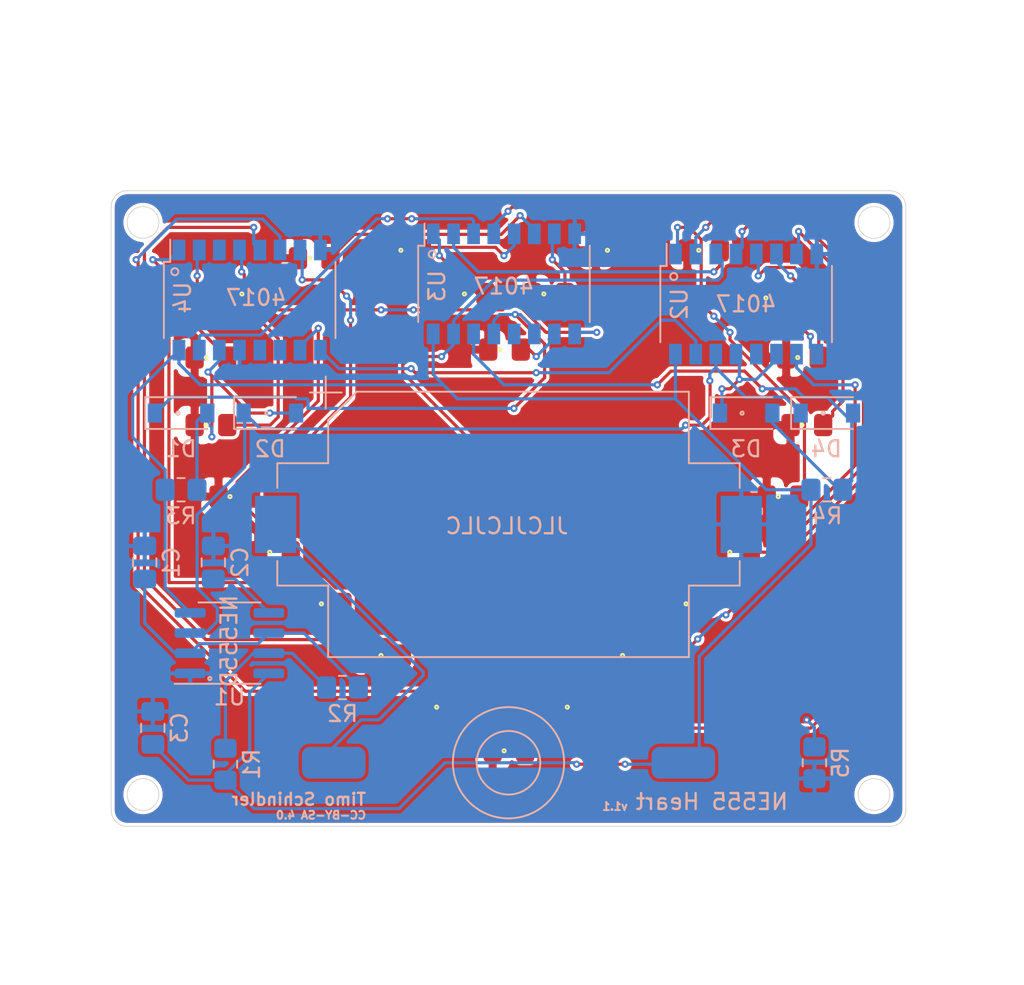
<source format=kicad_pcb>
(kicad_pcb (version 20171130) (host pcbnew 5.1.10)
  (layers (0 F.Cu signal) (31 B.Cu signal) (34 B.Paste user) (35 F.Paste user) (36 B.SilkS user) (37 F.SilkS user) (38 B.Mask user) (39 F.Mask user) (44 Edge.Cuts user))
  (net 0 "")
  (net 1 +3V0)
  (net 2 GND)
  (net 3 "Net-(C1-Pad1)")
  (net 4 "Net-(C2-Pad1)")
  (net 5 VCC)
  (net 6 "Net-(D1-Pad2)")
  (net 7 "Net-(D5-Pad2)")
  (net 8 "Net-(D6-Pad2)")
  (net 9 "Net-(D7-Pad2)")
  (net 10 "Net-(D8-Pad2)")
  (net 11 "Net-(D9-Pad2)")
  (net 12 "Net-(D10-Pad2)")
  (net 13 "Net-(D11-Pad2)")
  (net 14 "Net-(D12-Pad2)")
  (net 15 "Net-(D13-Pad2)")
  (net 16 "Net-(D14-Pad2)")
  (net 17 "Net-(D15-Pad2)")
  (net 18 "Net-(D16-Pad2)")
  (net 19 "Net-(D17-Pad2)")
  (net 20 "Net-(D18-Pad2)")
  (net 21 "Net-(D19-Pad2)")
  (net 22 "Net-(D20-Pad2)")
  (net 23 "Net-(D21-Pad2)")
  (net 24 "Net-(D22-Pad2)")
  (net 25 "Net-(D23-Pad2)")
  (net 26 "Net-(D24-Pad2)")
  (net 27 "Net-(D25-Pad2)")
  (net 28 "Net-(D26-Pad2)")
  (net 29 "Net-(D27-Pad2)")
  (net 30 "Net-(D28-Pad2)")
  (net 31 "Net-(R1-Pad2)")
  (net 32 "Net-(U2-Pad15)")
  (net 33 "Net-(U2-Pad12)")
  (net 34 "Net-(U3-Pad12)")
  (net 35 "Net-(U3-Pad3)")
  (net 36 "Net-(U4-Pad12)")
  (net 37 "Net-(U4-Pad3)")
  (net 38 /Common-R)
  (net 39 "Net-(D1-Pad1)")
  (net 40 "Net-(D2-Pad1)")
  (net 41 "Net-(D3-Pad2)")
  (net 42 "Net-(D3-Pad1)")
  (net 43 "Net-(U4-Pad11)")
  (module Battery:BatteryHolder_Keystone_1060_1x2032 (layer B.Cu) (at 125 86)
    (fp_text reference BT1 hide)
    (fp_text value Battery_Cell)
    (pad 1 smd rect (at -14.65 0 180) (size 2.6 3.6) (layers B.Cu B.Paste B.Mask) (net 1 +3V0))
    (pad 2 smd rect (at 14.65 0 180) (size 2.6 3.6) (layers B.Cu B.Paste B.Mask) (net 2 GND))
  )
  (module Binary_Kitchen:Push_Button (layer B.Cu) (at 113 101)
    (fp_text reference SW1 hide)
    (fp_text value SW_DIP_x01)
    (pad 1 smd roundrect (at 1 0) (size 4 2) (layers B.Cu B.Paste B.Mask) (net 1 +3V0))
    (pad 2 smd roundrect (at 23 0) (size 4 2) (layers B.Cu B.Paste B.Mask) (net 5 VCC))
  )
  (module Diode_SMD:D_SOD-123 (layer B.Cu) (at 139.954 78.994)
    (fp_text reference D3 (at 0 2.256) (layer B.SilkS) (effects (justify mirror)))
    (fp_text value 1N4007)
    (pad 2 smd rect (at 1.65 0) (size 0.9 1.2) (layers B.Cu B.Paste B.Mask) (net 41 "Net-(D3-Pad2)"))
    (pad 1 smd rect (at -1.65 0) (size 0.9 1.2) (layers B.Cu B.Paste B.Mask) (net 42 "Net-(D3-Pad1)"))
  )
  (module Diode_SMD:D_SOD-123 (layer B.Cu) (at 109.982 78.994)
    (fp_text reference D2 (at 0.018 2.256) (layer B.SilkS) (effects (justify mirror)))
    (fp_text value 1N4007)
    (pad 2 smd rect (at 1.65 0) (size 0.9 1.2) (layers B.Cu B.Paste B.Mask) (net 6 "Net-(D1-Pad2)"))
    (pad 1 smd rect (at -1.65 0) (size 0.9 1.2) (layers B.Cu B.Paste B.Mask) (net 40 "Net-(D2-Pad1)"))
  )
  (module Diode_SMD:D_SOD-123 (layer B.Cu) (at 104.394 78.994)
    (fp_text reference D1 (at 0 2.256) (layer B.SilkS) (effects (justify mirror)))
    (fp_text value 1N4007)
    (pad 2 smd rect (at 1.65 0) (size 0.9 1.2) (layers B.Cu B.Paste B.Mask) (net 6 "Net-(D1-Pad2)"))
    (pad 1 smd rect (at -1.65 0) (size 0.9 1.2) (layers B.Cu B.Paste B.Mask) (net 39 "Net-(D1-Pad1)"))
  )
  (module Diode_SMD:D_SOD-123 (layer B.Cu) (at 145.034 78.994)
    (fp_text reference D4 (at -0.034 2.256) (layer B.SilkS) (effects (justify mirror)))
    (fp_text value 1N4007)
    (pad 2 smd rect (at 1.65 0) (size 0.9 1.2) (layers B.Cu B.Paste B.Mask) (net 41 "Net-(D3-Pad2)"))
    (pad 1 smd rect (at -1.65 0) (size 0.9 1.2) (layers B.Cu B.Paste B.Mask) (net 40 "Net-(D2-Pad1)"))
  )
  (module Binary_Kitchen:heart_small (layer F.Cu) (at 157.2 109.6)
    (fp_text reference Ref** hide)
    (fp_text value Val** hide)
  )
  (module Binary_Kitchen:LED_0805_2012Metric_Pad1.15x1.40mm_HandSolder (layer F.Cu) (at 131.525 68.75)
    (fp_text reference D15 hide)
    (fp_text value LED)
    (pad 2 smd roundrect (at 1.025 0) (size 1.15 1.4) (layers F.Cu F.Paste F.Mask) (roundrect_rratio 0.2173904347826087) (net 17 "Net-(D15-Pad2)"))
    (pad 1 smd roundrect (at -1.025 0) (size 1.15 1.4) (layers F.Cu F.Paste F.Mask) (roundrect_rratio 0.2173904347826087) (net 38 /Common-R))
  )
  (module Binary_Kitchen:LED_0805_2012Metric_Pad1.15x1.40mm_HandSolder (layer F.Cu) (at 120.775 97.5)
    (fp_text reference D28 hide)
    (fp_text value LED)
    (pad 2 smd roundrect (at 1.025 0) (size 1.15 1.4) (layers F.Cu F.Paste F.Mask) (roundrect_rratio 0.2173904347826087) (net 30 "Net-(D28-Pad2)"))
    (pad 1 smd roundrect (at -1.025 0) (size 1.15 1.4) (layers F.Cu F.Paste F.Mask) (roundrect_rratio 0.2173904347826087) (net 38 /Common-R))
  )
  (module Binary_Kitchen:LED_0805_2012Metric_Pad1.15x1.40mm_HandSolder (layer F.Cu) (at 117.275 94.25)
    (fp_text reference D27 hide)
    (fp_text value LED)
    (pad 2 smd roundrect (at 1.025 0) (size 1.15 1.4) (layers F.Cu F.Paste F.Mask) (roundrect_rratio 0.2173904347826087) (net 29 "Net-(D27-Pad2)"))
    (pad 1 smd roundrect (at -1.025 0) (size 1.15 1.4) (layers F.Cu F.Paste F.Mask) (roundrect_rratio 0.2173904347826087) (net 38 /Common-R))
  )
  (module Binary_Kitchen:LED_0805_2012Metric_Pad1.15x1.40mm_HandSolder (layer F.Cu) (at 113.525 91)
    (fp_text reference D26 hide)
    (fp_text value LED)
    (pad 2 smd roundrect (at 1.025 0) (size 1.15 1.4) (layers F.Cu F.Paste F.Mask) (roundrect_rratio 0.2173904347826087) (net 28 "Net-(D26-Pad2)"))
    (pad 1 smd roundrect (at -1.025 0) (size 1.15 1.4) (layers F.Cu F.Paste F.Mask) (roundrect_rratio 0.2173904347826087) (net 38 /Common-R))
  )
  (module Binary_Kitchen:LED_0805_2012Metric_Pad1.15x1.40mm_HandSolder (layer F.Cu) (at 110.275 87.75)
    (fp_text reference D25 hide)
    (fp_text value LED)
    (pad 2 smd roundrect (at 1.025 0) (size 1.15 1.4) (layers F.Cu F.Paste F.Mask) (roundrect_rratio 0.2173904347826087) (net 27 "Net-(D25-Pad2)"))
    (pad 1 smd roundrect (at -1.025 0) (size 1.15 1.4) (layers F.Cu F.Paste F.Mask) (roundrect_rratio 0.2173904347826087) (net 38 /Common-R))
  )
  (module Binary_Kitchen:LED_0805_2012Metric_Pad1.15x1.40mm_HandSolder (layer F.Cu) (at 107.775 84.25)
    (fp_text reference D24 hide)
    (fp_text value LED)
    (pad 2 smd roundrect (at 1.025 0) (size 1.15 1.4) (layers F.Cu F.Paste F.Mask) (roundrect_rratio 0.2173904347826087) (net 26 "Net-(D24-Pad2)"))
    (pad 1 smd roundrect (at -1.025 0) (size 1.15 1.4) (layers F.Cu F.Paste F.Mask) (roundrect_rratio 0.2173904347826087) (net 38 /Common-R))
  )
  (module Binary_Kitchen:LED_0805_2012Metric_Pad1.15x1.40mm_HandSolder (layer F.Cu) (at 106.275 79.75)
    (fp_text reference D23 hide)
    (fp_text value LED)
    (pad 2 smd roundrect (at 1.025 0) (size 1.15 1.4) (layers F.Cu F.Paste F.Mask) (roundrect_rratio 0.2173904347826087) (net 25 "Net-(D23-Pad2)"))
    (pad 1 smd roundrect (at -1.025 0) (size 1.15 1.4) (layers F.Cu F.Paste F.Mask) (roundrect_rratio 0.2173904347826087) (net 38 /Common-R))
  )
  (module Binary_Kitchen:LED_0805_2012Metric_Pad1.15x1.40mm_HandSolder (layer F.Cu) (at 106.275 75.5)
    (fp_text reference D22 hide)
    (fp_text value LED)
    (pad 2 smd roundrect (at 1.025 0) (size 1.15 1.4) (layers F.Cu F.Paste F.Mask) (roundrect_rratio 0.2173904347826087) (net 24 "Net-(D22-Pad2)"))
    (pad 1 smd roundrect (at -1.025 0) (size 1.15 1.4) (layers F.Cu F.Paste F.Mask) (roundrect_rratio 0.2173904347826087) (net 38 /Common-R))
  )
  (module Binary_Kitchen:LED_0805_2012Metric_Pad1.15x1.40mm_HandSolder (layer F.Cu) (at 108.525 71.5)
    (fp_text reference D21 hide)
    (fp_text value LED)
    (pad 2 smd roundrect (at 1.025 0) (size 1.15 1.4) (layers F.Cu F.Paste F.Mask) (roundrect_rratio 0.2173904347826087) (net 23 "Net-(D21-Pad2)"))
    (pad 1 smd roundrect (at -1.025 0) (size 1.15 1.4) (layers F.Cu F.Paste F.Mask) (roundrect_rratio 0.2173904347826087) (net 38 /Common-R))
  )
  (module Binary_Kitchen:LED_0805_2012Metric_Pad1.15x1.40mm_HandSolder (layer F.Cu) (at 112.775 69.25)
    (fp_text reference D20 hide)
    (fp_text value LED)
    (pad 2 smd roundrect (at 1.025 0) (size 1.15 1.4) (layers F.Cu F.Paste F.Mask) (roundrect_rratio 0.2173904347826087) (net 22 "Net-(D20-Pad2)"))
    (pad 1 smd roundrect (at -1.025 0) (size 1.15 1.4) (layers F.Cu F.Paste F.Mask) (roundrect_rratio 0.2173904347826087) (net 38 /Common-R))
  )
  (module Binary_Kitchen:LED_0805_2012Metric_Pad1.15x1.40mm_HandSolder (layer F.Cu) (at 118.525 68.75)
    (fp_text reference D19 hide)
    (fp_text value LED)
    (pad 2 smd roundrect (at 1.025 0) (size 1.15 1.4) (layers F.Cu F.Paste F.Mask) (roundrect_rratio 0.2173904347826087) (net 21 "Net-(D19-Pad2)"))
    (pad 1 smd roundrect (at -1.025 0) (size 1.15 1.4) (layers F.Cu F.Paste F.Mask) (roundrect_rratio 0.2173904347826087) (net 38 /Common-R))
  )
  (module Binary_Kitchen:LED_0805_2012Metric_Pad1.15x1.40mm_HandSolder (layer F.Cu) (at 122.525 71.5)
    (fp_text reference D18 hide)
    (fp_text value LED)
    (pad 2 smd roundrect (at 1.025 0) (size 1.15 1.4) (layers F.Cu F.Paste F.Mask) (roundrect_rratio 0.2173904347826087) (net 20 "Net-(D18-Pad2)"))
    (pad 1 smd roundrect (at -1.025 0) (size 1.15 1.4) (layers F.Cu F.Paste F.Mask) (roundrect_rratio 0.2173904347826087) (net 38 /Common-R))
  )
  (module Binary_Kitchen:LED_0805_2012Metric_Pad1.15x1.40mm_HandSolder (layer F.Cu) (at 124.75 75)
    (fp_text reference D17 hide)
    (fp_text value LED)
    (pad 2 smd roundrect (at 1.025 0) (size 1.15 1.4) (layers F.Cu F.Paste F.Mask) (roundrect_rratio 0.2173904347826087) (net 19 "Net-(D17-Pad2)"))
    (pad 1 smd roundrect (at -1.025 0) (size 1.15 1.4) (layers F.Cu F.Paste F.Mask) (roundrect_rratio 0.2173904347826087) (net 38 /Common-R))
  )
  (module Binary_Kitchen:LED_0805_2012Metric_Pad1.15x1.40mm_HandSolder (layer F.Cu) (at 127.525 71.5)
    (fp_text reference D16 hide)
    (fp_text value LED)
    (pad 2 smd roundrect (at 1.025 0) (size 1.15 1.4) (layers F.Cu F.Paste F.Mask) (roundrect_rratio 0.2173904347826087) (net 18 "Net-(D16-Pad2)"))
    (pad 1 smd roundrect (at -1.025 0) (size 1.15 1.4) (layers F.Cu F.Paste F.Mask) (roundrect_rratio 0.2173904347826087) (net 38 /Common-R))
  )
  (module Binary_Kitchen:LED_0805_2012Metric_Pad1.15x1.40mm_HandSolder (layer F.Cu) (at 137.275 68.75)
    (fp_text reference D14 hide)
    (fp_text value LED)
    (pad 2 smd roundrect (at 1.025 0) (size 1.15 1.4) (layers F.Cu F.Paste F.Mask) (roundrect_rratio 0.2173904347826087) (net 16 "Net-(D14-Pad2)"))
    (pad 1 smd roundrect (at -1.025 0) (size 1.15 1.4) (layers F.Cu F.Paste F.Mask) (roundrect_rratio 0.2173904347826087) (net 38 /Common-R))
  )
  (module Binary_Kitchen:LED_0805_2012Metric_Pad1.15x1.40mm_HandSolder (layer F.Cu) (at 141.5 71.75)
    (fp_text reference D13 hide)
    (fp_text value LED)
    (pad 2 smd roundrect (at 1.025 0) (size 1.15 1.4) (layers F.Cu F.Paste F.Mask) (roundrect_rratio 0.2173904347826087) (net 15 "Net-(D13-Pad2)"))
    (pad 1 smd roundrect (at -1.025 0) (size 1.15 1.4) (layers F.Cu F.Paste F.Mask) (roundrect_rratio 0.2173904347826087) (net 38 /Common-R))
  )
  (module Binary_Kitchen:LED_0805_2012Metric_Pad1.15x1.40mm_HandSolder (layer F.Cu) (at 143.5 75.5)
    (fp_text reference D12 hide)
    (fp_text value LED)
    (pad 2 smd roundrect (at 1.025 0) (size 1.15 1.4) (layers F.Cu F.Paste F.Mask) (roundrect_rratio 0.2173904347826087) (net 14 "Net-(D12-Pad2)"))
    (pad 1 smd roundrect (at -1.025 0) (size 1.15 1.4) (layers F.Cu F.Paste F.Mask) (roundrect_rratio 0.2173904347826087) (net 38 /Common-R))
  )
  (module Binary_Kitchen:LED_0805_2012Metric_Pad1.15x1.40mm_HandSolder (layer F.Cu) (at 143.775 79.75)
    (fp_text reference D11 hide)
    (fp_text value LED)
    (pad 2 smd roundrect (at 1.025 0) (size 1.15 1.4) (layers F.Cu F.Paste F.Mask) (roundrect_rratio 0.2173904347826087) (net 13 "Net-(D11-Pad2)"))
    (pad 1 smd roundrect (at -1.025 0) (size 1.15 1.4) (layers F.Cu F.Paste F.Mask) (roundrect_rratio 0.2173904347826087) (net 38 /Common-R))
  )
  (module Binary_Kitchen:LED_0805_2012Metric_Pad1.15x1.40mm_HandSolder (layer F.Cu) (at 142.275 84.25)
    (fp_text reference D10 hide)
    (fp_text value LED)
    (pad 2 smd roundrect (at 1.025 0) (size 1.15 1.4) (layers F.Cu F.Paste F.Mask) (roundrect_rratio 0.2173904347826087) (net 12 "Net-(D10-Pad2)"))
    (pad 1 smd roundrect (at -1.025 0) (size 1.15 1.4) (layers F.Cu F.Paste F.Mask) (roundrect_rratio 0.2173904347826087) (net 38 /Common-R))
  )
  (module Binary_Kitchen:LED_0805_2012Metric_Pad1.15x1.40mm_HandSolder (layer F.Cu) (at 139.225 87.75)
    (fp_text reference D9 hide)
    (fp_text value LED)
    (pad 2 smd roundrect (at 1.025 0) (size 1.15 1.4) (layers F.Cu F.Paste F.Mask) (roundrect_rratio 0.2173904347826087) (net 11 "Net-(D9-Pad2)"))
    (pad 1 smd roundrect (at -1.025 0) (size 1.15 1.4) (layers F.Cu F.Paste F.Mask) (roundrect_rratio 0.2173904347826087) (net 38 /Common-R))
  )
  (module Binary_Kitchen:LED_0805_2012Metric_Pad1.15x1.40mm_HandSolder (layer F.Cu) (at 136.475 91)
    (fp_text reference D8 hide)
    (fp_text value LED)
    (pad 2 smd roundrect (at 1.025 0) (size 1.15 1.4) (layers F.Cu F.Paste F.Mask) (roundrect_rratio 0.2173904347826087) (net 10 "Net-(D8-Pad2)"))
    (pad 1 smd roundrect (at -1.025 0) (size 1.15 1.4) (layers F.Cu F.Paste F.Mask) (roundrect_rratio 0.2173904347826087) (net 38 /Common-R))
  )
  (module Binary_Kitchen:LED_0805_2012Metric_Pad1.15x1.40mm_HandSolder (layer F.Cu) (at 132.475 94.25)
    (fp_text reference D7 hide)
    (fp_text value LED)
    (pad 2 smd roundrect (at 1.025 0) (size 1.15 1.4) (layers F.Cu F.Paste F.Mask) (roundrect_rratio 0.2173904347826087) (net 9 "Net-(D7-Pad2)"))
    (pad 1 smd roundrect (at -1.025 0) (size 1.15 1.4) (layers F.Cu F.Paste F.Mask) (roundrect_rratio 0.2173904347826087) (net 38 /Common-R))
  )
  (module Binary_Kitchen:LED_0805_2012Metric_Pad1.15x1.40mm_HandSolder (layer F.Cu) (at 129 97.5)
    (fp_text reference D6 hide)
    (fp_text value LED)
    (pad 2 smd roundrect (at 1.025 0) (size 1.15 1.4) (layers F.Cu F.Paste F.Mask) (roundrect_rratio 0.2173904347826087) (net 8 "Net-(D6-Pad2)"))
    (pad 1 smd roundrect (at -1.025 0) (size 1.15 1.4) (layers F.Cu F.Paste F.Mask) (roundrect_rratio 0.2173904347826087) (net 38 /Common-R))
  )
  (module Binary_Kitchen:LED_0805_2012Metric_Pad1.15x1.40mm_HandSolder (layer F.Cu) (at 125.025 100.25)
    (fp_text reference D5 hide)
    (fp_text value LED)
    (pad 2 smd roundrect (at 1.025 0) (size 1.15 1.4) (layers F.Cu F.Paste F.Mask) (roundrect_rratio 0.2173904347826087) (net 7 "Net-(D5-Pad2)"))
    (pad 1 smd roundrect (at -1.025 0) (size 1.15 1.4) (layers F.Cu F.Paste F.Mask) (roundrect_rratio 0.2173904347826087) (net 38 /Common-R))
  )
  (module Package_SO:SOP-16_4.4x10.4mm_P1.27mm (layer B.Cu) (at 108.712 71.882 270)
    (fp_text reference U4 (at -0.15 4.212 90) (layer B.SilkS) (effects (justify mirror)))
    (fp_text value 4017 (at -0.15 -0.41 180) (layer B.SilkS) (effects (justify mirror)))
    (pad 16 smd rect (at 3.15 4.45 270) (size 1.3 0.8) (layers B.Cu B.Paste B.Mask) (net 5 VCC))
    (pad 15 smd rect (at 3.15 3.17 270) (size 1.3 0.8) (layers B.Cu B.Paste B.Mask) (net 35 "Net-(U3-Pad3)"))
    (pad 14 smd rect (at 3.15 1.91 270) (size 1.3 0.8) (layers B.Cu B.Paste B.Mask) (net 6 "Net-(D1-Pad2)"))
    (pad 13 smd rect (at 3.15 0.64 270) (size 1.3 0.8) (layers B.Cu B.Paste B.Mask) (net 2 GND))
    (pad 12 smd rect (at 3.15 -0.64 270) (size 1.3 0.8) (layers B.Cu B.Paste B.Mask) (net 36 "Net-(U4-Pad12)"))
    (pad 11 smd rect (at 3.15 -1.91 270) (size 1.3 0.8) (layers B.Cu B.Paste B.Mask) (net 43 "Net-(U4-Pad11)"))
    (pad 10 smd rect (at 3.15 -3.17 270) (size 1.3 0.8) (layers B.Cu B.Paste B.Mask) (net 27 "Net-(D25-Pad2)"))
    (pad 9 smd rect (at 3.15 -4.45 270) (size 1.3 0.8) (layers B.Cu B.Paste B.Mask) (net 32 "Net-(U2-Pad15)"))
    (pad 8 smd rect (at -3.15 -4.45 270) (size 1.3 0.8) (layers B.Cu B.Paste B.Mask) (net 2 GND))
    (pad 7 smd rect (at -3.15 -3.17 270) (size 1.3 0.8) (layers B.Cu B.Paste B.Mask) (net 26 "Net-(D24-Pad2)"))
    (pad 6 smd rect (at -3.15 -1.91 270) (size 1.3 0.8) (layers B.Cu B.Paste B.Mask) (net 30 "Net-(D28-Pad2)"))
    (pad 5 smd rect (at -3.15 -0.64 270) (size 1.3 0.8) (layers B.Cu B.Paste B.Mask) (net 29 "Net-(D27-Pad2)"))
    (pad 4 smd rect (at -3.15 0.64 270) (size 1.3 0.8) (layers B.Cu B.Paste B.Mask) (net 25 "Net-(D23-Pad2)"))
    (pad 3 smd rect (at -3.15 1.91 270) (size 1.3 0.8) (layers B.Cu B.Paste B.Mask) (net 37 "Net-(U4-Pad3)"))
    (pad 2 smd rect (at -3.15 3.17 270) (size 1.3 0.8) (layers B.Cu B.Paste B.Mask) (net 24 "Net-(D22-Pad2)"))
    (pad 1 smd rect (at -3.15 4.45 270) (size 1.3 0.8) (layers B.Cu B.Paste B.Mask) (net 28 "Net-(D26-Pad2)"))
  )
  (module Package_SO:SOP-16_4.4x10.4mm_P1.27mm (layer B.Cu) (at 124.714 70.866 270)
    (fp_text reference U3 (at 0.134 4.214 90) (layer B.SilkS) (effects (justify mirror)))
    (fp_text value 4017 (at 0.15 0 180) (layer B.SilkS) (effects (justify mirror)))
    (pad 16 smd rect (at 3.15 4.45 270) (size 1.3 0.8) (layers B.Cu B.Paste B.Mask) (net 5 VCC))
    (pad 15 smd rect (at 3.15 3.17 270) (size 1.3 0.8) (layers B.Cu B.Paste B.Mask) (net 7 "Net-(D5-Pad2)"))
    (pad 14 smd rect (at 3.15 1.91 270) (size 1.3 0.8) (layers B.Cu B.Paste B.Mask) (net 41 "Net-(D3-Pad2)"))
    (pad 13 smd rect (at 3.15 0.64 270) (size 1.3 0.8) (layers B.Cu B.Paste B.Mask) (net 39 "Net-(D1-Pad1)"))
    (pad 12 smd rect (at 3.15 -0.64 270) (size 1.3 0.8) (layers B.Cu B.Paste B.Mask) (net 34 "Net-(U3-Pad12)"))
    (pad 11 smd rect (at 3.15 -1.91 270) (size 1.3 0.8) (layers B.Cu B.Paste B.Mask) (net 39 "Net-(D1-Pad1)"))
    (pad 10 smd rect (at 3.15 -3.17 270) (size 1.3 0.8) (layers B.Cu B.Paste B.Mask) (net 19 "Net-(D17-Pad2)"))
    (pad 9 smd rect (at 3.15 -4.45 270) (size 1.3 0.8) (layers B.Cu B.Paste B.Mask) (net 23 "Net-(D21-Pad2)"))
    (pad 8 smd rect (at -3.15 -4.45 270) (size 1.3 0.8) (layers B.Cu B.Paste B.Mask) (net 2 GND))
    (pad 7 smd rect (at -3.15 -3.17 270) (size 1.3 0.8) (layers B.Cu B.Paste B.Mask) (net 18 "Net-(D16-Pad2)"))
    (pad 6 smd rect (at -3.15 -1.91 270) (size 1.3 0.8) (layers B.Cu B.Paste B.Mask) (net 22 "Net-(D20-Pad2)"))
    (pad 5 smd rect (at -3.15 -0.64 270) (size 1.3 0.8) (layers B.Cu B.Paste B.Mask) (net 21 "Net-(D19-Pad2)"))
    (pad 4 smd rect (at -3.15 0.64 270) (size 1.3 0.8) (layers B.Cu B.Paste B.Mask) (net 17 "Net-(D15-Pad2)"))
    (pad 3 smd rect (at -3.15 1.91 270) (size 1.3 0.8) (layers B.Cu B.Paste B.Mask) (net 35 "Net-(U3-Pad3)"))
    (pad 2 smd rect (at -3.15 3.17 270) (size 1.3 0.8) (layers B.Cu B.Paste B.Mask) (net 16 "Net-(D14-Pad2)"))
    (pad 1 smd rect (at -3.15 4.45 270) (size 1.3 0.8) (layers B.Cu B.Paste B.Mask) (net 20 "Net-(D18-Pad2)"))
  )
  (module Package_SO:SOP-16_4.4x10.4mm_P1.27mm (layer B.Cu) (at 139.954 72.136 270)
    (fp_text reference U2 (at 0 4.204 90) (layer B.SilkS) (effects (justify mirror)))
    (fp_text value 4017 (at 0 0 180) (layer B.SilkS) (effects (justify mirror)))
    (pad 16 smd rect (at 3.15 4.45 270) (size 1.3 0.8) (layers B.Cu B.Paste B.Mask) (net 5 VCC))
    (pad 15 smd rect (at 3.15 3.17 270) (size 1.3 0.8) (layers B.Cu B.Paste B.Mask) (net 32 "Net-(U2-Pad15)"))
    (pad 14 smd rect (at 3.15 1.91 270) (size 1.3 0.8) (layers B.Cu B.Paste B.Mask) (net 40 "Net-(D2-Pad1)"))
    (pad 13 smd rect (at 3.15 0.64 270) (size 1.3 0.8) (layers B.Cu B.Paste B.Mask) (net 42 "Net-(D3-Pad1)"))
    (pad 12 smd rect (at 3.15 -0.64 270) (size 1.3 0.8) (layers B.Cu B.Paste B.Mask) (net 33 "Net-(U2-Pad12)"))
    (pad 11 smd rect (at 3.15 -1.91 270) (size 1.3 0.8) (layers B.Cu B.Paste B.Mask) (net 42 "Net-(D3-Pad1)"))
    (pad 10 smd rect (at 3.15 -3.17 270) (size 1.3 0.8) (layers B.Cu B.Paste B.Mask) (net 11 "Net-(D9-Pad2)"))
    (pad 9 smd rect (at 3.15 -4.45 270) (size 1.3 0.8) (layers B.Cu B.Paste B.Mask) (net 15 "Net-(D13-Pad2)"))
    (pad 8 smd rect (at -3.15 -4.45 270) (size 1.3 0.8) (layers B.Cu B.Paste B.Mask) (net 2 GND))
    (pad 7 smd rect (at -3.15 -3.17 270) (size 1.3 0.8) (layers B.Cu B.Paste B.Mask) (net 10 "Net-(D8-Pad2)"))
    (pad 6 smd rect (at -3.15 -1.91 270) (size 1.3 0.8) (layers B.Cu B.Paste B.Mask) (net 14 "Net-(D12-Pad2)"))
    (pad 5 smd rect (at -3.15 -0.64 270) (size 1.3 0.8) (layers B.Cu B.Paste B.Mask) (net 13 "Net-(D11-Pad2)"))
    (pad 4 smd rect (at -3.15 0.64 270) (size 1.3 0.8) (layers B.Cu B.Paste B.Mask) (net 9 "Net-(D7-Pad2)"))
    (pad 3 smd rect (at -3.15 1.91 270) (size 1.3 0.8) (layers B.Cu B.Paste B.Mask) (net 7 "Net-(D5-Pad2)"))
    (pad 2 smd rect (at -3.15 3.17 270) (size 1.3 0.8) (layers B.Cu B.Paste B.Mask) (net 8 "Net-(D6-Pad2)"))
    (pad 1 smd rect (at -3.15 4.45 270) (size 1.3 0.8) (layers B.Cu B.Paste B.Mask) (net 12 "Net-(D10-Pad2)"))
  )
  (module Package_SO:SOIC-8_3.9x4.9mm_P1.27mm (layer B.Cu) (at 107.442 93.472)
    (fp_text reference U1 (at 0 3.4) (layer B.SilkS) (effects (justify mirror)))
    (fp_text value NE555D (at -0.025 -0.135 90) (layer B.SilkS) (effects (justify mirror)))
    (pad 8 smd roundrect (at 2.475 1.905) (size 1.95 0.6) (layers B.Cu B.Paste B.Mask) (net 5 VCC))
    (pad 7 smd roundrect (at 2.475 0.635) (size 1.95 0.6) (layers B.Cu B.Paste B.Mask) (net 31 "Net-(R1-Pad2)"))
    (pad 6 smd roundrect (at 2.475 -0.635) (size 1.95 0.6) (layers B.Cu B.Paste B.Mask) (net 3 "Net-(C1-Pad1)"))
    (pad 5 smd roundrect (at 2.475 -1.905) (size 1.95 0.6) (layers B.Cu B.Paste B.Mask) (net 4 "Net-(C2-Pad1)"))
    (pad 4 smd roundrect (at -2.475 -1.905) (size 1.95 0.6) (layers B.Cu B.Paste B.Mask) (net 5 VCC))
    (pad 3 smd roundrect (at -2.475 -0.635) (size 1.95 0.6) (layers B.Cu B.Paste B.Mask) (net 40 "Net-(D2-Pad1)"))
    (pad 2 smd roundrect (at -2.475 0.635) (size 1.95 0.6) (layers B.Cu B.Paste B.Mask) (net 3 "Net-(C1-Pad1)"))
    (pad 1 smd roundrect (at -2.475 1.905) (size 1.95 0.6) (layers B.Cu B.Paste B.Mask) (net 2 GND))
  )
  (module Resistor_SMD:R_0805_2012Metric_Pad1.20x1.40mm_HandSolder (layer B.Cu) (at 144.25 101 90)
    (fp_text reference R5 (at 0 1.65 90) (layer B.SilkS) (effects (justify mirror)))
    (fp_text value 47R)
    (pad 2 smd roundrect (at 1 0 90) (size 1.2 1.4) (layers B.Cu B.Paste B.Mask) (roundrect_rratio 0.2083325) (net 38 /Common-R))
    (pad 1 smd roundrect (at -1 0 90) (size 1.2 1.4) (layers B.Cu B.Paste B.Mask) (roundrect_rratio 0.2083325) (net 2 GND))
  )
  (module Resistor_SMD:R_0805_2012Metric_Pad1.20x1.40mm_HandSolder (layer B.Cu) (at 145.034 83.82)
    (fp_text reference R4 (at 0 1.65) (layer B.SilkS) (effects (justify mirror)))
    (fp_text value 100k)
    (pad 2 smd roundrect (at 1 0) (size 1.2 1.4) (layers B.Cu B.Paste B.Mask) (roundrect_rratio 0.2083325) (net 41 "Net-(D3-Pad2)"))
    (pad 1 smd roundrect (at -1 0) (size 1.2 1.4) (layers B.Cu B.Paste B.Mask) (roundrect_rratio 0.2083325) (net 5 VCC))
  )
  (module Resistor_SMD:R_0805_2012Metric_Pad1.20x1.40mm_HandSolder (layer B.Cu) (at 104.394 83.82)
    (fp_text reference R3 (at 0 1.65 180) (layer B.SilkS) (effects (justify mirror)))
    (fp_text value 100k)
    (pad 2 smd roundrect (at 1 0) (size 1.2 1.4) (layers B.Cu B.Paste B.Mask) (roundrect_rratio 0.2083325) (net 6 "Net-(D1-Pad2)"))
    (pad 1 smd roundrect (at -1 0) (size 1.2 1.4) (layers B.Cu B.Paste B.Mask) (roundrect_rratio 0.2083325) (net 5 VCC))
  )
  (module Resistor_SMD:R_0805_2012Metric_Pad1.20x1.40mm_HandSolder (layer B.Cu) (at 114.554 96.266)
    (fp_text reference R2 (at 0 1.65 180) (layer B.SilkS) (effects (justify mirror)))
    (fp_text value 1k)
    (pad 2 smd roundrect (at 1 0) (size 1.2 1.4) (layers B.Cu B.Paste B.Mask) (roundrect_rratio 0.2083325) (net 3 "Net-(C1-Pad1)"))
    (pad 1 smd roundrect (at -1 0) (size 1.2 1.4) (layers B.Cu B.Paste B.Mask) (roundrect_rratio 0.2083325) (net 31 "Net-(R1-Pad2)"))
  )
  (module Resistor_SMD:R_0805_2012Metric_Pad1.20x1.40mm_HandSolder (layer B.Cu) (at 107.188 101.092 90)
    (fp_text reference R1 (at 0 1.65 90) (layer B.SilkS) (effects (justify mirror)))
    (fp_text value 47k)
    (pad 2 smd roundrect (at 1 0 90) (size 1.2 1.4) (layers B.Cu B.Paste B.Mask) (roundrect_rratio 0.2083325) (net 31 "Net-(R1-Pad2)"))
    (pad 1 smd roundrect (at -1 0 90) (size 1.2 1.4) (layers B.Cu B.Paste B.Mask) (roundrect_rratio 0.2083325) (net 5 VCC))
  )
  (module Capacitor_SMD:C_0805_2012Metric_Pad1.18x1.45mm_HandSolder (layer B.Cu) (at 102.616 98.806 90)
    (fp_text reference C3 (at 0 1.68 90) (layer B.SilkS) (effects (justify mirror)))
    (fp_text value 100n)
    (pad 2 smd roundrect (at 1.0375 0 90) (size 1.175 1.45) (layers B.Cu B.Paste B.Mask) (roundrect_rratio 0.2127659574468085) (net 2 GND))
    (pad 1 smd roundrect (at -1.0375 0 90) (size 1.175 1.45) (layers B.Cu B.Paste B.Mask) (roundrect_rratio 0.2127659574468085) (net 5 VCC))
  )
  (module Capacitor_SMD:C_0805_2012Metric_Pad1.18x1.45mm_HandSolder (layer B.Cu) (at 106.426 88.392 90)
    (fp_text reference C2 (at 0 1.68 90) (layer B.SilkS) (effects (justify mirror)))
    (fp_text value 100n)
    (pad 2 smd roundrect (at 1.0375 0 90) (size 1.175 1.45) (layers B.Cu B.Paste B.Mask) (roundrect_rratio 0.2127659574468085) (net 2 GND))
    (pad 1 smd roundrect (at -1.0375 0 90) (size 1.175 1.45) (layers B.Cu B.Paste B.Mask) (roundrect_rratio 0.2127659574468085) (net 4 "Net-(C2-Pad1)"))
  )
  (module Capacitor_SMD:C_0805_2012Metric_Pad1.18x1.45mm_HandSolder (layer B.Cu) (at 102.108 88.392 90)
    (fp_text reference C1 (at 0 1.68 90) (layer B.SilkS) (effects (justify mirror)))
    (fp_text value 1µ)
    (pad 2 smd roundrect (at 1.0375 0 90) (size 1.175 1.45) (layers B.Cu B.Paste B.Mask) (roundrect_rratio 0.2127659574468085) (net 2 GND))
    (pad 1 smd roundrect (at -1.0375 0 90) (size 1.175 1.45) (layers B.Cu B.Paste B.Mask) (roundrect_rratio 0.2127659574468085) (net 3 "Net-(C1-Pad1)"))
  )
  (gr_text "JLCJLCJLC\n" (at 124.9 86.1) (layer B.SilkS) (effects (font (size 1 1)) (justify mirror)))
  (gr_text v1.1 (at 131.7 103.75) (layer B.SilkS) (effects (font (size 0.5 0.5) (thickness 0.125)) (justify mirror)))
  (gr_text "NE555 Heart\n" (at 137.8 103.45) (layer B.SilkS) (effects (font (size 1 1)) (justify mirror)))
  (gr_text "Timo Schindler" (at 111.8 103.3) (layer B.SilkS) (effects (font (size 0.75 0.75)) (justify mirror)))
  (gr_text "CC-BY-SA 4.0" (at 113.2 104.3) (layer B.SilkS) (effects (font (size 0.5 0.5) (thickness 0.125)) (justify mirror)))
  (gr_circle (center 104.2 79) (end 104.3 79) (layer B.SilkS) (width 0.12))
  (gr_circle (center 109.8 79) (end 109.9 79) (layer B.SilkS) (width 0.12))
  (gr_circle (center 144.8 79) (end 144.8 78.9) (layer B.SilkS) (width 0.12))
  (gr_circle (center 139.7 79) (end 139.8 79) (layer B.SilkS) (width 0.12))
  (gr_circle (center 135.4 70.4) (end 135.5 70.2) (layer B.SilkS) (width 0.12))
  (gr_circle (center 104 70.1) (end 104.2 70) (layer B.SilkS) (width 0.12))
  (gr_circle (center 120.2 69) (end 120.4 68.9) (layer B.SilkS) (width 0.12))
  (gr_circle (center 106.2 95.7) (end 106.2 95.6) (layer B.SilkS) (width 0.12))
  (gr_circle (center 102 103) (end 102 102) (layer Edge.Cuts) (width 0.05))
  (gr_circle (center 148 103) (end 148 102) (layer Edge.Cuts) (width 0.05))
  (gr_circle (center 102 67) (end 102 66) (layer Edge.Cuts) (width 0.05))
  (gr_circle (center 148 67) (end 149 67) (layer Edge.Cuts) (width 0.05))
  (gr_arc (start 149 104) (end 149 105) (angle -90) (layer Edge.Cuts) (width 0.05))
  (gr_arc (start 101 104) (end 100 104) (angle -90) (layer Edge.Cuts) (width 0.05))
  (gr_arc (start 101 66) (end 101 65) (angle -90) (layer Edge.Cuts) (width 0.05))
  (gr_arc (start 149 66) (end 150 66) (angle -90) (layer Edge.Cuts) (width 0.05))
  (gr_line (start 100 104) (end 100 66) (layer Edge.Cuts) (width 0.05))
  (gr_line (start 149 105) (end 101 105) (layer Edge.Cuts) (width 0.05))
  (gr_line (start 150 66) (end 150 104) (layer Edge.Cuts) (width 0.05))
  (gr_line (start 101 65) (end 149 65) (layer Edge.Cuts) (width 0.05))
  (segment (start 113 101) (end 115.702 98.298) (width 0.2) (layer B.Cu) (net 1))
  (segment (start 115.702 98.298) (end 116.84 98.298) (width 0.2) (layer B.Cu) (net 1))
  (segment (start 116.84 98.298) (end 119.634 95.504) (width 0.2) (layer B.Cu) (net 1))
  (segment (start 119.634 95.284) (end 110.35 86) (width 0.2) (layer B.Cu) (net 1))
  (segment (start 119.634 95.504) (end 119.634 95.284) (width 0.2) (layer B.Cu) (net 1))
  (segment (start 112.125 92.837) (end 109.917 92.837) (width 0.2) (layer B.Cu) (net 3))
  (segment (start 115.554 96.266) (end 112.125 92.837) (width 0.2) (layer B.Cu) (net 3))
  (segment (start 109.24701 93.50699) (end 109.917 92.837) (width 0.2) (layer B.Cu) (net 3))
  (segment (start 105.56701 93.50699) (end 109.24701 93.50699) (width 0.2) (layer B.Cu) (net 3))
  (segment (start 104.967 94.107) (end 105.56701 93.50699) (width 0.2) (layer B.Cu) (net 3))
  (segment (start 103.992 94.107) (end 104.967 94.107) (width 0.2) (layer B.Cu) (net 3))
  (segment (start 102.108 92.223) (end 103.992 94.107) (width 0.2) (layer B.Cu) (net 3))
  (segment (start 102.108 89.4295) (end 102.108 92.223) (width 0.2) (layer B.Cu) (net 3))
  (segment (start 107.7795 89.4295) (end 109.917 91.567) (width 0.2) (layer B.Cu) (net 4))
  (segment (start 106.426 89.4295) (end 107.7795 89.4295) (width 0.2) (layer B.Cu) (net 4))
  (segment (start 104.8645 102.092) (end 102.616 99.8435) (width 0.2) (layer B.Cu) (net 5))
  (segment (start 107.188 102.092) (end 104.8645 102.092) (width 0.2) (layer B.Cu) (net 5))
  (segment (start 103.394 89.994) (end 104.967 91.567) (width 0.2) (layer B.Cu) (net 5))
  (segment (start 103.394 83.82) (end 103.394 89.994) (width 0.2) (layer B.Cu) (net 5))
  (segment (start 144.034 83.82) (end 141.224 83.82) (width 0.2) (layer B.Cu) (net 5))
  (segment (start 135.504 78.1) (end 135.504 75.286) (width 0.2) (layer B.Cu) (net 5))
  (segment (start 141.224 83.82) (end 135.504 78.1) (width 0.2) (layer B.Cu) (net 5))
  (segment (start 135.504 78.1) (end 121.788 78.1) (width 0.2) (layer B.Cu) (net 5))
  (segment (start 120.264 76.576) (end 120.264 74.016) (width 0.2) (layer B.Cu) (net 5))
  (segment (start 104.262 75.882) (end 105.596 77.216) (width 0.2) (layer B.Cu) (net 5))
  (segment (start 104.262 75.032) (end 104.262 75.882) (width 0.2) (layer B.Cu) (net 5))
  (segment (start 120.904 77.216) (end 120.264 76.576) (width 0.2) (layer B.Cu) (net 5))
  (segment (start 105.596 77.216) (end 120.904 77.216) (width 0.2) (layer B.Cu) (net 5))
  (segment (start 121.788 78.1) (end 120.904 77.216) (width 0.2) (layer B.Cu) (net 5))
  (segment (start 101.346 77.948) (end 104.262 75.032) (width 0.2) (layer B.Cu) (net 5))
  (segment (start 101.346 80.518) (end 101.346 77.948) (width 0.2) (layer B.Cu) (net 5))
  (segment (start 103.394 82.566) (end 101.346 80.518) (width 0.2) (layer B.Cu) (net 5))
  (segment (start 103.394 83.82) (end 103.394 82.566) (width 0.2) (layer B.Cu) (net 5))
  (segment (start 120.996 101) (end 118.11 103.886) (width 0.2) (layer B.Cu) (net 5))
  (segment (start 108.982 103.886) (end 107.188 102.092) (width 0.2) (layer B.Cu) (net 5))
  (segment (start 118.11 103.886) (end 108.982 103.886) (width 0.2) (layer B.Cu) (net 5))
  (segment (start 108.712 96.582) (end 109.917 95.377) (width 0.2) (layer B.Cu) (net 5))
  (segment (start 108.712 100.195) (end 108.712 96.582) (width 0.2) (layer B.Cu) (net 5))
  (segment (start 107.188 101.719) (end 108.712 100.195) (width 0.2) (layer B.Cu) (net 5))
  (segment (start 107.188 102.092) (end 107.188 101.719) (width 0.2) (layer B.Cu) (net 5))
  (via (at 129.286 101.092) (size 0.45) (drill 0.2) (layers F.Cu B.Cu) (net 5))
  (segment (start 129.194 101) (end 129.286 101.092) (width 0.2) (layer B.Cu) (net 5))
  (segment (start 120.996 101) (end 129.194 101) (width 0.2) (layer B.Cu) (net 5))
  (segment (start 129.286 101.092) (end 131.826 101.092) (width 0.2) (layer F.Cu) (net 5))
  (via (at 132.334 101.092) (size 0.45) (drill 0.2) (layers F.Cu B.Cu) (net 5))
  (segment (start 131.826 101.092) (end 132.334 101.092) (width 0.2) (layer F.Cu) (net 5))
  (segment (start 136.908 101.092) (end 137 101) (width 0.2) (layer B.Cu) (net 5))
  (segment (start 132.334 101.092) (end 136.908 101.092) (width 0.2) (layer B.Cu) (net 5))
  (segment (start 144.034 87.266) (end 144.034 83.82) (width 0.2) (layer B.Cu) (net 5))
  (segment (start 137 94.3) (end 144.034 87.266) (width 0.2) (layer B.Cu) (net 5))
  (segment (start 137 101) (end 137 94.3) (width 0.2) (layer B.Cu) (net 5))
  (via (at 106.089458 76.411897) (size 0.45) (drill 0.2) (layers F.Cu B.Cu) (net 6))
  (segment (start 106.802 75.699355) (end 106.089458 76.411897) (width 0.2) (layer B.Cu) (net 6))
  (segment (start 106.802 75.032) (end 106.802 75.699355) (width 0.2) (layer B.Cu) (net 6))
  (via (at 106.332332 80.489301) (size 0.45) (drill 0.2) (layers F.Cu B.Cu) (net 6))
  (segment (start 106.332332 76.654771) (end 106.332332 80.489301) (width 0.2) (layer F.Cu) (net 6))
  (segment (start 106.089458 76.411897) (end 106.332332 76.654771) (width 0.2) (layer F.Cu) (net 6))
  (segment (start 108.671561 78.994) (end 109.982 78.994) (width 0.2) (layer F.Cu) (net 6))
  (via (at 109.982 78.994) (size 0.45) (drill 0.2) (layers F.Cu B.Cu) (net 6))
  (segment (start 106.089458 76.411897) (end 108.671561 78.994) (width 0.2) (layer F.Cu) (net 6))
  (segment (start 111.594 78.994) (end 111.6 79) (width 0.2) (layer B.Cu) (net 6))
  (segment (start 109.982 78.994) (end 111.594 78.994) (width 0.2) (layer B.Cu) (net 6))
  (segment (start 106.332332 79.907332) (end 106.332332 80.489301) (width 0.2) (layer B.Cu) (net 6))
  (segment (start 106 79.575) (end 106.332332 79.907332) (width 0.2) (layer B.Cu) (net 6))
  (segment (start 106 78.9) (end 106 79.575) (width 0.2) (layer B.Cu) (net 6))
  (segment (start 105.394 79.506) (end 106 78.9) (width 0.2) (layer B.Cu) (net 6))
  (segment (start 105.394 83.82) (end 105.394 79.506) (width 0.2) (layer B.Cu) (net 6))
  (segment (start 124.080999 70.629001) (end 138.174001 70.629001) (width 0.2) (layer B.Cu) (net 7))
  (segment (start 138.447001 69.389001) (end 138.044 68.986) (width 0.2) (layer B.Cu) (net 7))
  (segment (start 138.174001 70.629001) (end 138.447001 70.356001) (width 0.2) (layer B.Cu) (net 7))
  (segment (start 121.544 73.166) (end 124.080999 70.629001) (width 0.2) (layer B.Cu) (net 7))
  (segment (start 138.447001 70.356001) (end 138.447001 69.389001) (width 0.2) (layer B.Cu) (net 7))
  (segment (start 121.544 74.016) (end 121.544 73.166) (width 0.2) (layer B.Cu) (net 7))
  (via (at 120.789 75.438) (size 0.45) (drill 0.2) (layers F.Cu B.Cu) (net 7))
  (segment (start 118.85698 75.438) (end 120.789 75.438) (width 0.2) (layer F.Cu) (net 7))
  (segment (start 118.346999 75.947981) (end 118.85698 75.438) (width 0.2) (layer F.Cu) (net 7))
  (segment (start 118.346999 76.451983) (end 118.346999 75.947981) (width 0.2) (layer F.Cu) (net 7))
  (segment (start 126.05 84.154984) (end 118.346999 76.451983) (width 0.2) (layer F.Cu) (net 7))
  (segment (start 126.05 100.25) (end 126.05 84.154984) (width 0.2) (layer F.Cu) (net 7))
  (segment (start 121.544 74.683) (end 121.544 74.016) (width 0.2) (layer B.Cu) (net 7))
  (segment (start 120.789 75.438) (end 121.544 74.683) (width 0.2) (layer B.Cu) (net 7))
  (segment (start 138.085011 66.638989) (end 137.414 67.31) (width 0.2) (layer F.Cu) (net 8))
  (segment (start 143.67369 66.638989) (end 138.085011 66.638989) (width 0.2) (layer F.Cu) (net 8))
  (segment (start 148.22801 71.193309) (end 143.67369 66.638989) (width 0.2) (layer F.Cu) (net 8))
  (segment (start 144.016001 98.823001) (end 148.22801 94.610992) (width 0.2) (layer F.Cu) (net 8))
  (via (at 137.414 67.31) (size 0.45) (drill 0.2) (layers F.Cu B.Cu) (net 8))
  (segment (start 148.22801 94.610992) (end 148.22801 71.193309) (width 0.2) (layer F.Cu) (net 8))
  (segment (start 131.348001 98.823001) (end 144.016001 98.823001) (width 0.2) (layer F.Cu) (net 8))
  (segment (start 130.025 97.5) (end 131.348001 98.823001) (width 0.2) (layer F.Cu) (net 8))
  (segment (start 136.784 67.94) (end 136.784 68.986) (width 0.2) (layer B.Cu) (net 8))
  (segment (start 137.414 67.31) (end 136.784 67.94) (width 0.2) (layer B.Cu) (net 8))
  (via (at 136.906 93.218) (size 0.45) (drill 0.2) (layers F.Cu B.Cu) (net 9))
  (segment (start 135.874 94.25) (end 136.906 93.218) (width 0.2) (layer F.Cu) (net 9))
  (segment (start 133.5 94.25) (end 135.874 94.25) (width 0.2) (layer F.Cu) (net 9))
  (via (at 138.684 91.694) (size 0.45) (drill 0.2) (layers F.Cu B.Cu) (net 9))
  (segment (start 138.43 91.694) (end 138.684 91.694) (width 0.2) (layer B.Cu) (net 9))
  (segment (start 136.906 93.218) (end 138.43 91.694) (width 0.2) (layer B.Cu) (net 9))
  (segment (start 138.684 91.694) (end 147.828 82.55) (width 0.2) (layer F.Cu) (net 9))
  (via (at 139.7 67.564) (size 0.45) (drill 0.2) (layers F.Cu B.Cu) (net 9))
  (segment (start 140.225001 67.038999) (end 139.7 67.564) (width 0.2) (layer F.Cu) (net 9))
  (segment (start 143.508001 67.038999) (end 140.225001 67.038999) (width 0.2) (layer F.Cu) (net 9))
  (segment (start 147.828 71.358998) (end 143.508001 67.038999) (width 0.2) (layer F.Cu) (net 9))
  (segment (start 147.828 82.55) (end 147.828 71.358998) (width 0.2) (layer F.Cu) (net 9))
  (segment (start 139.7 68.6) (end 139.314 68.986) (width 0.2) (layer B.Cu) (net 9))
  (segment (start 139.7 67.564) (end 139.7 68.6) (width 0.2) (layer B.Cu) (net 9))
  (via (at 143.256 67.564) (size 0.45) (drill 0.2) (layers F.Cu B.Cu) (net 10))
  (segment (start 147.337001 71.645001) (end 143.256 67.564) (width 0.2) (layer F.Cu) (net 10))
  (segment (start 147.337001 82.331532) (end 147.337001 71.645001) (width 0.2) (layer F.Cu) (net 10))
  (segment (start 138.668533 91) (end 147.337001 82.331532) (width 0.2) (layer F.Cu) (net 10))
  (segment (start 137.5 91) (end 138.668533 91) (width 0.2) (layer F.Cu) (net 10))
  (segment (start 143.256 68.854) (end 143.124 68.986) (width 0.2) (layer B.Cu) (net 10))
  (segment (start 143.256 67.564) (end 143.256 68.854) (width 0.2) (layer B.Cu) (net 10))
  (via (at 146.812 77.216) (size 0.45) (drill 0.2) (layers F.Cu B.Cu) (net 11))
  (segment (start 146.812 82.290834) (end 146.812 77.216) (width 0.2) (layer F.Cu) (net 11))
  (segment (start 141.352834 87.75) (end 146.812 82.290834) (width 0.2) (layer F.Cu) (net 11))
  (segment (start 140.25 87.75) (end 141.352834 87.75) (width 0.2) (layer F.Cu) (net 11))
  (segment (start 143.124 76.136) (end 143.124 75.286) (width 0.2) (layer B.Cu) (net 11))
  (segment (start 144.204 77.216) (end 143.124 76.136) (width 0.2) (layer B.Cu) (net 11))
  (segment (start 146.812 77.216) (end 144.204 77.216) (width 0.2) (layer B.Cu) (net 11))
  (via (at 135.636 67.31) (size 0.45) (drill 0.2) (layers F.Cu B.Cu) (net 12))
  (segment (start 136.362834 67.31) (end 135.636 67.31) (width 0.2) (layer F.Cu) (net 12))
  (segment (start 137.12501 72.572176) (end 137.12501 68.072176) (width 0.2) (layer F.Cu) (net 12))
  (segment (start 137.12501 68.072176) (end 136.362834 67.31) (width 0.2) (layer F.Cu) (net 12))
  (segment (start 143.62501 83.92499) (end 143.62501 79.072176) (width 0.2) (layer F.Cu) (net 12))
  (segment (start 143.3 84.25) (end 143.62501 83.92499) (width 0.2) (layer F.Cu) (net 12))
  (segment (start 135.636 68.854) (end 135.504 68.986) (width 0.2) (layer B.Cu) (net 12))
  (segment (start 135.636 67.31) (end 135.636 68.854) (width 0.2) (layer B.Cu) (net 12))
  (via (at 137.922 72.898) (size 0.45) (drill 0.2) (layers F.Cu B.Cu) (net 12))
  (segment (start 137.596176 72.572176) (end 137.922 72.898) (width 0.2) (layer F.Cu) (net 12))
  (segment (start 137.12501 72.572176) (end 137.596176 72.572176) (width 0.2) (layer F.Cu) (net 12))
  (segment (start 137.922 72.898) (end 138.938 73.914) (width 0.2) (layer B.Cu) (net 12))
  (via (at 138.938 73.914) (size 0.45) (drill 0.2) (layers F.Cu B.Cu) (net 12))
  (segment (start 138.938 74.385166) (end 143.62501 79.072176) (width 0.2) (layer F.Cu) (net 12))
  (segment (start 138.938 73.914) (end 138.938 74.385166) (width 0.2) (layer F.Cu) (net 12))
  (segment (start 145.40001 79.14999) (end 145.40001 78.88199) (width 0.2) (layer F.Cu) (net 13))
  (segment (start 144.8 79.75) (end 145.40001 79.14999) (width 0.2) (layer F.Cu) (net 13))
  (segment (start 145.40001 78.88199) (end 146.05 78.232) (width 0.2) (layer F.Cu) (net 13))
  (via (at 140.716 70.358) (size 0.45) (drill 0.2) (layers F.Cu B.Cu) (net 13))
  (segment (start 141.241001 69.832999) (end 140.716 70.358) (width 0.2) (layer F.Cu) (net 13))
  (segment (start 143.000001 69.832999) (end 141.241001 69.832999) (width 0.2) (layer F.Cu) (net 13))
  (segment (start 146.05 72.882998) (end 143.000001 69.832999) (width 0.2) (layer F.Cu) (net 13))
  (segment (start 146.05 78.232) (end 146.05 72.882998) (width 0.2) (layer F.Cu) (net 13))
  (segment (start 140.716 69.108) (end 140.594 68.986) (width 0.2) (layer B.Cu) (net 13))
  (segment (start 140.716 70.358) (end 140.716 69.108) (width 0.2) (layer B.Cu) (net 13))
  (via (at 142.748 70.358) (size 0.45) (drill 0.2) (layers F.Cu B.Cu) (net 14))
  (segment (start 144.525 72.135) (end 142.748 70.358) (width 0.2) (layer F.Cu) (net 14))
  (segment (start 144.525 75.5) (end 144.525 72.135) (width 0.2) (layer F.Cu) (net 14))
  (segment (start 141.864 69.474) (end 141.864 68.986) (width 0.2) (layer B.Cu) (net 14))
  (segment (start 142.748 70.358) (end 141.864 69.474) (width 0.2) (layer B.Cu) (net 14))
  (via (at 144 74.168) (size 0.45) (drill 0.2) (layers F.Cu B.Cu) (net 15))
  (segment (start 142.525 72.693) (end 144 74.168) (width 0.2) (layer F.Cu) (net 15))
  (segment (start 142.525 71.75) (end 142.525 72.693) (width 0.2) (layer F.Cu) (net 15))
  (segment (start 144 74.882) (end 144.404 75.286) (width 0.2) (layer B.Cu) (net 15))
  (segment (start 144 74.168) (end 144 74.882) (width 0.2) (layer B.Cu) (net 15))
  (via (at 137.922 70.104) (size 0.45) (drill 0.2) (layers F.Cu B.Cu) (net 16))
  (segment (start 138.3 69.726) (end 137.922 70.104) (width 0.2) (layer F.Cu) (net 16))
  (segment (start 138.3 68.75) (end 138.3 69.726) (width 0.2) (layer F.Cu) (net 16))
  (segment (start 121.544 68.566) (end 121.544 67.716) (width 0.2) (layer B.Cu) (net 16))
  (segment (start 123.082 70.104) (end 121.544 68.566) (width 0.2) (layer B.Cu) (net 16))
  (segment (start 137.922 70.104) (end 123.082 70.104) (width 0.2) (layer B.Cu) (net 16))
  (segment (start 132.55 68.75) (end 129.84 66.04) (width 0.2) (layer F.Cu) (net 17))
  (via (at 124.968 66.294) (size 0.45) (drill 0.2) (layers F.Cu B.Cu) (net 17))
  (segment (start 125.222 66.04) (end 124.968 66.294) (width 0.2) (layer F.Cu) (net 17))
  (segment (start 129.84 66.04) (end 125.222 66.04) (width 0.2) (layer F.Cu) (net 17))
  (segment (start 124.074 67.188) (end 124.074 67.716) (width 0.2) (layer B.Cu) (net 17))
  (segment (start 124.968 66.294) (end 124.074 67.188) (width 0.2) (layer B.Cu) (net 17))
  (via (at 127.762 69.342) (size 0.45) (drill 0.2) (layers F.Cu B.Cu) (net 18))
  (segment (start 128.55 70.13) (end 127.762 69.342) (width 0.2) (layer F.Cu) (net 18))
  (segment (start 128.55 71.5) (end 128.55 70.13) (width 0.2) (layer F.Cu) (net 18))
  (segment (start 127.762 67.838) (end 127.884 67.716) (width 0.2) (layer B.Cu) (net 18))
  (segment (start 127.762 69.342) (end 127.762 67.838) (width 0.2) (layer B.Cu) (net 18))
  (via (at 126.746 75.438) (size 0.45) (drill 0.2) (layers F.Cu B.Cu) (net 19))
  (segment (start 126.308 75) (end 126.746 75.438) (width 0.2) (layer F.Cu) (net 19))
  (segment (start 125.775 75) (end 126.308 75) (width 0.2) (layer F.Cu) (net 19))
  (segment (start 127.884 74.3) (end 127.884 74.016) (width 0.2) (layer B.Cu) (net 19))
  (segment (start 126.746 75.438) (end 127.884 74.3) (width 0.2) (layer B.Cu) (net 19))
  (segment (start 123.55 71.5) (end 123.062 71.5) (width 0.2) (layer F.Cu) (net 20))
  (via (at 120.65 69.088) (size 0.45) (drill 0.2) (layers F.Cu B.Cu) (net 20))
  (segment (start 123.062 71.5) (end 120.65 69.088) (width 0.2) (layer F.Cu) (net 20))
  (segment (start 120.65 68.102) (end 120.264 67.716) (width 0.2) (layer B.Cu) (net 20))
  (segment (start 120.65 69.088) (end 120.65 68.102) (width 0.2) (layer B.Cu) (net 20))
  (via (at 124.714 69.088) (size 0.45) (drill 0.2) (layers F.Cu B.Cu) (net 21))
  (segment (start 124.188999 68.562999) (end 124.714 69.088) (width 0.2) (layer F.Cu) (net 21))
  (segment (start 119.737001 68.562999) (end 124.188999 68.562999) (width 0.2) (layer F.Cu) (net 21))
  (segment (start 119.55 68.75) (end 119.737001 68.562999) (width 0.2) (layer F.Cu) (net 21))
  (segment (start 125.354 68.448) (end 125.354 67.716) (width 0.2) (layer B.Cu) (net 21))
  (segment (start 124.714 69.088) (end 125.354 68.448) (width 0.2) (layer B.Cu) (net 21))
  (via (at 125.73 66.565) (size 0.45) (drill 0.2) (layers F.Cu B.Cu) (net 22))
  (segment (start 124.54501 67.74999) (end 125.73 66.565) (width 0.2) (layer F.Cu) (net 22))
  (segment (start 115.30001 67.74999) (end 124.54501 67.74999) (width 0.2) (layer F.Cu) (net 22))
  (segment (start 113.8 69.25) (end 115.30001 67.74999) (width 0.2) (layer F.Cu) (net 22))
  (segment (start 126.624 67.459) (end 126.624 67.716) (width 0.2) (layer B.Cu) (net 22))
  (segment (start 125.73 66.565) (end 126.624 67.459) (width 0.2) (layer B.Cu) (net 22))
  (via (at 130.556 73.914) (size 0.45) (drill 0.2) (layers F.Cu B.Cu) (net 23))
  (segment (start 127.361166 73.914) (end 130.556 73.914) (width 0.2) (layer F.Cu) (net 23))
  (segment (start 125.62499 72.177824) (end 127.361166 73.914) (width 0.2) (layer F.Cu) (net 23))
  (segment (start 124.947166 72.177824) (end 125.62499 72.177824) (width 0.2) (layer F.Cu) (net 23))
  (segment (start 124.62498 72.50001) (end 124.947166 72.177824) (width 0.2) (layer F.Cu) (net 23))
  (segment (start 110.55001 72.50001) (end 116.98399 72.50001) (width 0.2) (layer F.Cu) (net 23))
  (segment (start 109.55 71.5) (end 110.55001 72.50001) (width 0.2) (layer F.Cu) (net 23))
  (segment (start 129.266 73.914) (end 129.164 74.016) (width 0.2) (layer B.Cu) (net 23))
  (segment (start 130.556 73.914) (end 129.266 73.914) (width 0.2) (layer B.Cu) (net 23))
  (segment (start 119.01599 72.50001) (end 124.62498 72.50001) (width 0.2) (layer F.Cu) (net 23))
  (via (at 119.01599 72.50001) (size 0.45) (drill 0.2) (layers F.Cu B.Cu) (net 23))
  (via (at 116.98399 72.50001) (size 0.45) (drill 0.2) (layers F.Cu B.Cu) (net 23))
  (segment (start 116.98399 72.50001) (end 119.01599 72.50001) (width 0.2) (layer B.Cu) (net 23))
  (segment (start 107.3 75.5) (end 105.41 73.61) (width 0.2) (layer F.Cu) (net 24))
  (via (at 105.41 70.358) (size 0.45) (drill 0.2) (layers F.Cu B.Cu) (net 24))
  (segment (start 105.41 73.61) (end 105.41 70.358) (width 0.2) (layer F.Cu) (net 24))
  (segment (start 105.41 68.864) (end 105.542 68.732) (width 0.2) (layer B.Cu) (net 24))
  (segment (start 105.41 70.358) (end 105.41 68.864) (width 0.2) (layer B.Cu) (net 24))
  (via (at 108.204 70.104) (size 0.45) (drill 0.2) (layers F.Cu B.Cu) (net 25))
  (segment (start 108.37501 70.27501) (end 108.204 70.104) (width 0.2) (layer F.Cu) (net 25))
  (segment (start 108.37501 72.177824) (end 108.37501 70.27501) (width 0.2) (layer F.Cu) (net 25))
  (segment (start 110.507001 74.309815) (end 108.37501 72.177824) (width 0.2) (layer F.Cu) (net 25))
  (segment (start 110.507001 79.246001) (end 110.507001 74.309815) (width 0.2) (layer F.Cu) (net 25))
  (segment (start 110.003002 79.75) (end 110.507001 79.246001) (width 0.2) (layer F.Cu) (net 25))
  (segment (start 107.3 79.75) (end 110.003002 79.75) (width 0.2) (layer F.Cu) (net 25))
  (segment (start 108.204 68.864) (end 108.072 68.732) (width 0.2) (layer B.Cu) (net 25))
  (segment (start 108.204 70.104) (end 108.204 68.864) (width 0.2) (layer B.Cu) (net 25))
  (via (at 115.062 73.152) (size 0.45) (drill 0.2) (layers F.Cu B.Cu) (net 26))
  (segment (start 115.062 77.988) (end 115.062 73.152) (width 0.2) (layer F.Cu) (net 26))
  (segment (start 108.8 84.25) (end 115.062 77.988) (width 0.2) (layer F.Cu) (net 26))
  (via (at 114.808 71.628) (size 0.45) (drill 0.2) (layers F.Cu B.Cu) (net 26))
  (segment (start 115.062 71.882) (end 114.808 71.628) (width 0.2) (layer B.Cu) (net 26))
  (segment (start 115.062 73.152) (end 115.062 71.882) (width 0.2) (layer B.Cu) (net 26))
  (via (at 112.014 70.612) (size 0.45) (drill 0.2) (layers F.Cu B.Cu) (net 26))
  (segment (start 113.792 70.612) (end 112.014 70.612) (width 0.2) (layer F.Cu) (net 26))
  (segment (start 114.808 71.628) (end 113.792 70.612) (width 0.2) (layer F.Cu) (net 26))
  (segment (start 112.014 68.864) (end 111.882 68.732) (width 0.2) (layer B.Cu) (net 26))
  (segment (start 112.014 70.612) (end 112.014 68.864) (width 0.2) (layer B.Cu) (net 26))
  (segment (start 107.92499 84.927824) (end 107.92499 83.33701) (width 0.2) (layer F.Cu) (net 27))
  (segment (start 108.247176 85.25001) (end 107.92499 84.927824) (width 0.2) (layer F.Cu) (net 27))
  (segment (start 108.80001 85.25001) (end 108.247176 85.25001) (width 0.2) (layer F.Cu) (net 27))
  (segment (start 111.3 87.75) (end 108.80001 85.25001) (width 0.2) (layer F.Cu) (net 27))
  (via (at 113.03 73.66) (size 0.45) (drill 0.2) (layers F.Cu B.Cu) (net 27))
  (segment (start 113.03 78.232) (end 113.03 73.66) (width 0.2) (layer F.Cu) (net 27))
  (segment (start 107.92499 83.33701) (end 113.03 78.232) (width 0.2) (layer F.Cu) (net 27))
  (segment (start 111.882 74.808) (end 111.882 75.032) (width 0.2) (layer B.Cu) (net 27))
  (segment (start 113.03 73.66) (end 111.882 74.808) (width 0.2) (layer B.Cu) (net 27))
  (segment (start 114.55 91) (end 113.212 89.662) (width 0.2) (layer F.Cu) (net 28))
  (segment (start 113.212 89.662) (end 103.632 89.662) (width 0.2) (layer F.Cu) (net 28))
  (via (at 102.616 69.342) (size 0.45) (drill 0.2) (layers F.Cu B.Cu) (net 28))
  (segment (start 103.632 70.358) (end 102.616 69.342) (width 0.2) (layer F.Cu) (net 28))
  (segment (start 103.632 89.662) (end 103.632 70.358) (width 0.2) (layer F.Cu) (net 28))
  (segment (start 103.652 69.342) (end 104.262 68.732) (width 0.2) (layer B.Cu) (net 28))
  (segment (start 102.616 69.342) (end 103.652 69.342) (width 0.2) (layer B.Cu) (net 28))
  (segment (start 117.29999 93.24999) (end 105.94999 93.24999) (width 0.2) (layer F.Cu) (net 29))
  (segment (start 118.3 94.25) (end 117.29999 93.24999) (width 0.2) (layer F.Cu) (net 29))
  (segment (start 105.94999 93.24999) (end 103.23199 90.53199) (width 0.2) (layer F.Cu) (net 29))
  (segment (start 102.090999 68.786428) (end 103.567427 67.31) (width 0.2) (layer F.Cu) (net 29))
  (segment (start 102.090999 89.390999) (end 102.090999 68.786428) (width 0.2) (layer F.Cu) (net 29))
  (segment (start 103.23199 90.53199) (end 102.090999 89.390999) (width 0.2) (layer F.Cu) (net 29))
  (via (at 108.966 67.31) (size 0.45) (drill 0.2) (layers F.Cu B.Cu) (net 29))
  (segment (start 103.567427 67.31) (end 108.966 67.31) (width 0.2) (layer F.Cu) (net 29))
  (segment (start 108.966 68.346) (end 109.352 68.732) (width 0.2) (layer B.Cu) (net 29))
  (segment (start 108.966 67.31) (end 108.966 68.346) (width 0.2) (layer B.Cu) (net 29))
  (segment (start 120.79999 96.49999) (end 108.43799 96.49999) (width 0.2) (layer F.Cu) (net 30))
  (segment (start 121.8 97.5) (end 120.79999 96.49999) (width 0.2) (layer F.Cu) (net 30))
  (segment (start 108.43799 96.49999) (end 101.690989 89.752989) (width 0.2) (layer F.Cu) (net 30))
  (via (at 101.565999 69.342) (size 0.45) (drill 0.2) (layers F.Cu B.Cu) (net 30))
  (segment (start 101.690989 69.46699) (end 101.565999 69.342) (width 0.2) (layer F.Cu) (net 30))
  (segment (start 101.690989 89.752989) (end 101.690989 69.46699) (width 0.2) (layer F.Cu) (net 30))
  (segment (start 110.622 67.882) (end 110.622 68.732) (width 0.2) (layer B.Cu) (net 30))
  (segment (start 109.524999 66.784999) (end 110.622 67.882) (width 0.2) (layer B.Cu) (net 30))
  (segment (start 104.123 66.784999) (end 109.524999 66.784999) (width 0.2) (layer B.Cu) (net 30))
  (segment (start 101.565999 69.342) (end 104.123 66.784999) (width 0.2) (layer B.Cu) (net 30))
  (segment (start 111.395 94.107) (end 109.917 94.107) (width 0.2) (layer B.Cu) (net 31))
  (segment (start 113.554 96.266) (end 111.395 94.107) (width 0.2) (layer B.Cu) (net 31))
  (segment (start 107.188 95.861) (end 108.942 94.107) (width 0.2) (layer B.Cu) (net 31))
  (segment (start 108.942 94.107) (end 109.917 94.107) (width 0.2) (layer B.Cu) (net 31))
  (segment (start 107.188 100.092) (end 107.188 95.861) (width 0.2) (layer B.Cu) (net 31))
  (via (at 126.746 76.454) (size 0.45) (drill 0.2) (layers F.Cu B.Cu) (net 32))
  (segment (start 126.746 76.454) (end 131.318 76.454) (width 0.2) (layer B.Cu) (net 32))
  (segment (start 131.318 76.454) (end 134.62 73.152) (width 0.2) (layer B.Cu) (net 32))
  (segment (start 136.784 74.436) (end 136.784 75.286) (width 0.2) (layer B.Cu) (net 32))
  (segment (start 135.5 73.152) (end 136.784 74.436) (width 0.2) (layer B.Cu) (net 32))
  (segment (start 134.62 73.152) (end 135.5 73.152) (width 0.2) (layer B.Cu) (net 32))
  (segment (start 126.746 76.454) (end 119.126 76.454) (width 0.2) (layer F.Cu) (net 32))
  (via (at 118.872 76.199982) (size 0.45) (drill 0.2) (layers F.Cu B.Cu) (net 32))
  (segment (start 119.126 76.454) (end 118.872 76.2) (width 0.2) (layer F.Cu) (net 32))
  (segment (start 118.872 76.2) (end 118.872 76.199982) (width 0.2) (layer F.Cu) (net 32))
  (segment (start 114.329982 76.199982) (end 113.162 75.032) (width 0.2) (layer B.Cu) (net 32))
  (segment (start 118.872 76.199982) (end 114.329982 76.199982) (width 0.2) (layer B.Cu) (net 32))
  (segment (start 105.642001 74.081999) (end 105.542 74.182) (width 0.2) (layer B.Cu) (net 35))
  (segment (start 109.402003 74.081999) (end 105.642001 74.081999) (width 0.2) (layer B.Cu) (net 35))
  (segment (start 116.718003 66.765999) (end 109.402003 74.081999) (width 0.2) (layer B.Cu) (net 35))
  (segment (start 122.703999 66.765999) (end 118.908001 66.765999) (width 0.2) (layer B.Cu) (net 35))
  (segment (start 105.542 74.182) (end 105.542 75.032) (width 0.2) (layer B.Cu) (net 35))
  (segment (start 122.804 66.866) (end 122.703999 66.765999) (width 0.2) (layer B.Cu) (net 35))
  (segment (start 122.804 67.716) (end 122.804 66.866) (width 0.2) (layer B.Cu) (net 35))
  (via (at 118.908001 66.765999) (size 0.45) (drill 0.2) (layers F.Cu B.Cu) (net 35))
  (segment (start 117.384001 66.765999) (end 116.718003 66.765999) (width 0.2) (layer B.Cu) (net 35))
  (via (at 117.384001 66.765999) (size 0.45) (drill 0.2) (layers F.Cu B.Cu) (net 35))
  (segment (start 117.384001 66.765999) (end 118.908001 66.765999) (width 0.2) (layer F.Cu) (net 35))
  (via (at 143.764 98.298) (size 0.45) (drill 0.2) (layers F.Cu B.Cu) (net 38))
  (segment (start 144.25 98.784) (end 143.764 98.298) (width 0.2) (layer B.Cu) (net 38))
  (segment (start 144.25 100) (end 144.25 98.784) (width 0.2) (layer B.Cu) (net 38))
  (segment (start 142.748 98.298) (end 135.45 91) (width 0.2) (layer F.Cu) (net 38))
  (segment (start 143.764 98.298) (end 142.748 98.298) (width 0.2) (layer F.Cu) (net 38))
  (via (at 125.34 78.7) (size 0.45) (drill 0.2) (layers F.Cu B.Cu) (net 39))
  (via (at 125.42 72.79) (size 0.45) (drill 0.2) (layers F.Cu B.Cu) (net 39))
  (segment (start 127.271001 74.641001) (end 125.42 72.79) (width 0.2) (layer F.Cu) (net 39))
  (segment (start 127.271001 76.768999) (end 127.271001 74.641001) (width 0.2) (layer F.Cu) (net 39))
  (segment (start 125.34 78.7) (end 127.271001 76.768999) (width 0.2) (layer F.Cu) (net 39))
  (segment (start 124.074 73.166) (end 124.074 74.016) (width 0.2) (layer B.Cu) (net 39))
  (segment (start 124.45 72.79) (end 124.074 73.166) (width 0.2) (layer B.Cu) (net 39))
  (segment (start 125.42 72.79) (end 124.45 72.79) (width 0.2) (layer B.Cu) (net 39))
  (segment (start 126.624 73.675802) (end 126.624 74.016) (width 0.2) (layer B.Cu) (net 39))
  (segment (start 125.738198 72.79) (end 126.624 73.675802) (width 0.2) (layer B.Cu) (net 39))
  (segment (start 125.42 72.79) (end 125.738198 72.79) (width 0.2) (layer B.Cu) (net 39))
  (segment (start 112.382001 78.7) (end 125.34 78.7) (width 0.2) (layer B.Cu) (net 39))
  (segment (start 112.382001 78.153999) (end 112.382001 78.7) (width 0.2) (layer B.Cu) (net 39))
  (segment (start 112.322001 78.093999) (end 112.382001 78.153999) (width 0.2) (layer B.Cu) (net 39))
  (segment (start 111.659833 78.093999) (end 112.322001 78.093999) (width 0.2) (layer B.Cu) (net 39))
  (segment (start 111.559824 77.99399) (end 111.659833 78.093999) (width 0.2) (layer B.Cu) (net 39))
  (segment (start 103.80001 77.99399) (end 111.559824 77.99399) (width 0.2) (layer B.Cu) (net 39))
  (segment (start 102.8 78.994) (end 103.80001 77.99399) (width 0.2) (layer B.Cu) (net 39))
  (segment (start 138.044 76.136) (end 138.044 75.286) (width 0.2) (layer B.Cu) (net 40))
  (via (at 136.144 79.756) (size 0.45) (drill 0.2) (layers F.Cu B.Cu) (net 40))
  (via (at 137.668 76.962) (size 0.45) (drill 0.2) (layers F.Cu B.Cu) (net 40))
  (segment (start 137.685001 76.979001) (end 137.668 76.962) (width 0.2) (layer F.Cu) (net 40))
  (segment (start 137.685001 79.246001) (end 137.685001 76.979001) (width 0.2) (layer F.Cu) (net 40))
  (segment (start 137.175002 79.756) (end 137.685001 79.246001) (width 0.2) (layer F.Cu) (net 40))
  (segment (start 136.144 79.756) (end 137.175002 79.756) (width 0.2) (layer F.Cu) (net 40))
  (segment (start 137.668 76.512) (end 138.044 76.136) (width 0.2) (layer B.Cu) (net 40))
  (segment (start 137.668 76.962) (end 137.668 76.512) (width 0.2) (layer B.Cu) (net 40))
  (segment (start 139.90199 77.99399) (end 138.044 76.136) (width 0.2) (layer B.Cu) (net 40))
  (segment (start 142.39999 77.99399) (end 139.90199 77.99399) (width 0.2) (layer B.Cu) (net 40))
  (segment (start 143.4 78.994) (end 142.39999 77.99399) (width 0.2) (layer B.Cu) (net 40))
  (segment (start 109.39401 79.99401) (end 135.90599 79.99401) (width 0.2) (layer B.Cu) (net 40))
  (segment (start 108.4 79) (end 109.39401 79.99401) (width 0.2) (layer B.Cu) (net 40))
  (segment (start 108.4 82.391834) (end 108.4 79) (width 0.2) (layer B.Cu) (net 40))
  (segment (start 135.90599 79.99401) (end 136.144 79.756) (width 0.2) (layer B.Cu) (net 40))
  (segment (start 105.40099 85.390844) (end 108.4 82.391834) (width 0.2) (layer B.Cu) (net 40))
  (segment (start 105.40099 89.994824) (end 105.40099 85.390844) (width 0.2) (layer B.Cu) (net 40))
  (segment (start 106.68 91.273834) (end 105.40099 89.994824) (width 0.2) (layer B.Cu) (net 40))
  (segment (start 106.68 92.099) (end 106.68 91.273834) (width 0.2) (layer B.Cu) (net 40))
  (segment (start 105.942 92.837) (end 106.68 92.099) (width 0.2) (layer B.Cu) (net 40))
  (segment (start 104.967 92.837) (end 105.942 92.837) (width 0.2) (layer B.Cu) (net 40))
  (segment (start 122.804 74.016) (end 122.804 75.306) (width 0.2) (layer B.Cu) (net 41))
  (segment (start 122.804 75.306) (end 124.714 77.216) (width 0.2) (layer B.Cu) (net 41))
  (via (at 134.366 77.216) (size 0.45) (drill 0.2) (layers F.Cu B.Cu) (net 41))
  (segment (start 124.714 77.216) (end 134.366 77.216) (width 0.2) (layer B.Cu) (net 41))
  (via (at 140.97 77.46899) (size 0.45) (drill 0.2) (layers F.Cu B.Cu) (net 41))
  (segment (start 139.854777 76.353767) (end 140.97 77.46899) (width 0.2) (layer F.Cu) (net 41))
  (segment (start 135.228233 76.353767) (end 139.854777 76.353767) (width 0.2) (layer F.Cu) (net 41))
  (segment (start 134.366 77.216) (end 135.228233 76.353767) (width 0.2) (layer F.Cu) (net 41))
  (segment (start 143.049688 77.46899) (end 140.97 77.46899) (width 0.2) (layer B.Cu) (net 41))
  (segment (start 143.574688 77.99399) (end 143.049688 77.46899) (width 0.2) (layer B.Cu) (net 41))
  (segment (start 145.05899 77.99399) (end 143.574688 77.99399) (width 0.2) (layer B.Cu) (net 41))
  (segment (start 146.6 79.535) (end 145.05899 77.99399) (width 0.2) (layer B.Cu) (net 41))
  (segment (start 146.6 83.254) (end 146.6 79.535) (width 0.2) (layer B.Cu) (net 41))
  (segment (start 146.034 83.82) (end 146.6 83.254) (width 0.2) (layer B.Cu) (net 41))
  (segment (start 141.6 79.615) (end 141.6 79) (width 0.2) (layer B.Cu) (net 41))
  (segment (start 145.805 83.82) (end 141.6 79.615) (width 0.2) (layer B.Cu) (net 41))
  (segment (start 146.034 83.82) (end 145.805 83.82) (width 0.2) (layer B.Cu) (net 41))
  (via (at 138.43 77.47) (size 0.45) (drill 0.2) (layers F.Cu B.Cu) (net 42))
  (via (at 139.529232 76.878768) (size 0.45) (drill 0.2) (layers F.Cu B.Cu) (net 42))
  (segment (start 138.938 77.47) (end 139.529232 76.878768) (width 0.2) (layer F.Cu) (net 42))
  (segment (start 138.43 77.47) (end 138.938 77.47) (width 0.2) (layer F.Cu) (net 42))
  (segment (start 139.529232 75.501232) (end 139.314 75.286) (width 0.2) (layer B.Cu) (net 42))
  (segment (start 139.529232 76.878768) (end 139.529232 75.501232) (width 0.2) (layer B.Cu) (net 42))
  (segment (start 141.864 75.606002) (end 141.864 75.286) (width 0.2) (layer B.Cu) (net 42))
  (segment (start 140.591234 76.878768) (end 141.864 75.606002) (width 0.2) (layer B.Cu) (net 42))
  (segment (start 139.529232 76.878768) (end 140.591234 76.878768) (width 0.2) (layer B.Cu) (net 42))
  (segment (start 138.43 78.77) (end 138.43 77.47) (width 0.2) (layer B.Cu) (net 42))
  (segment (start 138.3 78.9) (end 138.43 78.77) (width 0.2) (layer B.Cu) (net 42))
  (zone (net 38) (net_name /Common-R) (layer F.Cu) (connect_pads (clearance 0.2)) (min_thickness 0.254) (fill yes (arc_segments 32) (thermal_gap 0.508) (thermal_bridge_width 0.508))
    (polygon (pts (xy 152 59) (xy 152 113) (xy 93 113) (xy 93 57)))
  )
  (zone (net 2) (net_name GND) (layer B.Cu) (connect_pads (clearance 0.2)) (min_thickness 0.254) (fill yes (arc_segments 32) (thermal_gap 0.26) (thermal_bridge_width 0.26))
    (polygon (pts (xy 154 56) (xy 154 115) (xy 96 115) (xy 97 53)))
  )
)
</source>
